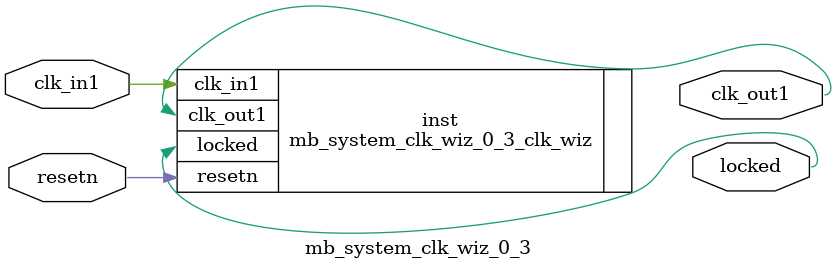
<source format=v>


`timescale 1ps/1ps

(* CORE_GENERATION_INFO = "mb_system_clk_wiz_0_3,clk_wiz_v6_0_3_0_0,{component_name=mb_system_clk_wiz_0_3,use_phase_alignment=true,use_min_o_jitter=false,use_max_i_jitter=false,use_dyn_phase_shift=false,use_inclk_switchover=false,use_dyn_reconfig=false,enable_axi=0,feedback_source=FDBK_AUTO,PRIMITIVE=MMCM,num_out_clk=1,clkin1_period=10.000,clkin2_period=10.000,use_power_down=false,use_reset=true,use_locked=true,use_inclk_stopped=false,feedback_type=SINGLE,CLOCK_MGR_TYPE=NA,manual_override=false}" *)

module mb_system_clk_wiz_0_3 
 (
  // Clock out ports
  output        clk_out1,
  // Status and control signals
  input         resetn,
  output        locked,
 // Clock in ports
  input         clk_in1
 );

  mb_system_clk_wiz_0_3_clk_wiz inst
  (
  // Clock out ports  
  .clk_out1(clk_out1),
  // Status and control signals               
  .resetn(resetn), 
  .locked(locked),
 // Clock in ports
  .clk_in1(clk_in1)
  );

endmodule

</source>
